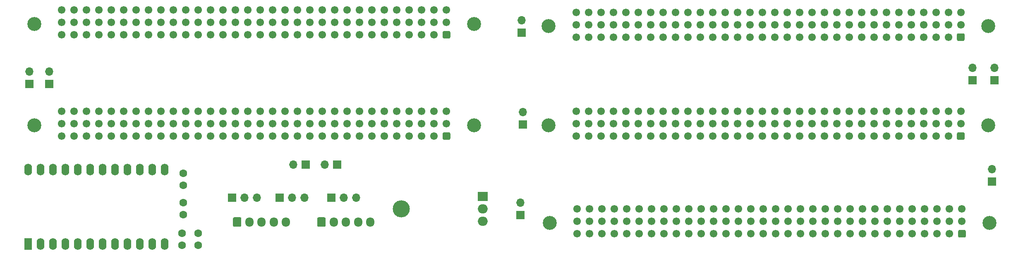
<source format=gbr>
%TF.GenerationSoftware,KiCad,Pcbnew,(5.1.10)-1*%
%TF.CreationDate,2022-04-01T18:04:23+02:00*%
%TF.ProjectId,Backplane,4261636b-706c-4616-9e65-2e6b69636164,rev?*%
%TF.SameCoordinates,Original*%
%TF.FileFunction,Soldermask,Bot*%
%TF.FilePolarity,Negative*%
%FSLAX46Y46*%
G04 Gerber Fmt 4.6, Leading zero omitted, Abs format (unit mm)*
G04 Created by KiCad (PCBNEW (5.1.10)-1) date 2022-04-01 18:04:23*
%MOMM*%
%LPD*%
G01*
G04 APERTURE LIST*
%ADD10C,1.550000*%
%ADD11C,2.850000*%
%ADD12C,1.600000*%
%ADD13O,1.700000X1.700000*%
%ADD14R,1.700000X1.700000*%
%ADD15O,1.700000X1.950000*%
%ADD16O,3.500000X3.500000*%
%ADD17R,2.000000X1.905000*%
%ADD18O,2.000000X1.905000*%
%ADD19R,1.600000X2.400000*%
%ADD20O,1.600000X2.400000*%
G04 APERTURE END LIST*
%TO.C,J7*%
G36*
G01*
X130579550Y-100373000D02*
X131630450Y-100373000D01*
G75*
G02*
X131880000Y-100622550I0J-249550D01*
G01*
X131880000Y-101673450D01*
G75*
G02*
X131630450Y-101923000I-249550J0D01*
G01*
X130579550Y-101923000D01*
G75*
G02*
X130330000Y-101673450I0J249550D01*
G01*
X130330000Y-100622550D01*
G75*
G02*
X130579550Y-100373000I249550J0D01*
G01*
G37*
D10*
X128565000Y-101148000D03*
X126025000Y-101148000D03*
X123485000Y-101148000D03*
X120945000Y-101148000D03*
X118405000Y-101148000D03*
X115865000Y-101148000D03*
X113325000Y-101148000D03*
X110785000Y-101148000D03*
X108245000Y-101148000D03*
X105705000Y-101148000D03*
X103165000Y-101148000D03*
X100625000Y-101148000D03*
X98085000Y-101148000D03*
X95545000Y-101148000D03*
X93005000Y-101148000D03*
X90465000Y-101148000D03*
X87925000Y-101148000D03*
X85385000Y-101148000D03*
X82845000Y-101148000D03*
X80305000Y-101148000D03*
X77765000Y-101148000D03*
X75225000Y-101148000D03*
X72685000Y-101148000D03*
X70145000Y-101148000D03*
X67605000Y-101148000D03*
X65065000Y-101148000D03*
X62525000Y-101148000D03*
X59985000Y-101148000D03*
X57445000Y-101148000D03*
X54905000Y-101148000D03*
X52365000Y-101148000D03*
X131105000Y-98608000D03*
X128565000Y-98608000D03*
X126025000Y-98608000D03*
X123485000Y-98608000D03*
X120945000Y-98608000D03*
X118405000Y-98608000D03*
X115865000Y-98608000D03*
X113325000Y-98608000D03*
X110785000Y-98608000D03*
X108245000Y-98608000D03*
X105705000Y-98608000D03*
X103165000Y-98608000D03*
X100625000Y-98608000D03*
X98085000Y-98608000D03*
X95545000Y-98608000D03*
X93005000Y-98608000D03*
X90465000Y-98608000D03*
X87925000Y-98608000D03*
X85385000Y-98608000D03*
X82845000Y-98608000D03*
X80305000Y-98608000D03*
X77765000Y-98608000D03*
X75225000Y-98608000D03*
X72685000Y-98608000D03*
X70145000Y-98608000D03*
X67605000Y-98608000D03*
X65065000Y-98608000D03*
X62525000Y-98608000D03*
X59985000Y-98608000D03*
X57445000Y-98608000D03*
X54905000Y-98608000D03*
X52365000Y-98608000D03*
X131105000Y-96068000D03*
X128565000Y-96068000D03*
X126025000Y-96068000D03*
X123485000Y-96068000D03*
X120945000Y-96068000D03*
X118405000Y-96068000D03*
X115865000Y-96068000D03*
X113325000Y-96068000D03*
X110785000Y-96068000D03*
X108245000Y-96068000D03*
X105705000Y-96068000D03*
X103165000Y-96068000D03*
X100625000Y-96068000D03*
X98085000Y-96068000D03*
X95545000Y-96068000D03*
X93005000Y-96068000D03*
X90465000Y-96068000D03*
X87925000Y-96068000D03*
X85385000Y-96068000D03*
X82845000Y-96068000D03*
X80305000Y-96068000D03*
X77765000Y-96068000D03*
X75225000Y-96068000D03*
X72685000Y-96068000D03*
X70145000Y-96068000D03*
X67605000Y-96068000D03*
X65065000Y-96068000D03*
X62525000Y-96068000D03*
X59985000Y-96068000D03*
X57445000Y-96068000D03*
X54905000Y-96068000D03*
X52365000Y-96068000D03*
D11*
X136735000Y-98908000D03*
X46735000Y-98908000D03*
%TD*%
D12*
%TO.C,C1001*%
X77000000Y-141750000D03*
X77000000Y-144250000D03*
%TD*%
%TO.C,C1002*%
X80250000Y-144250000D03*
X80250000Y-141750000D03*
%TD*%
%TO.C,C1003*%
X77250000Y-132000000D03*
X77250000Y-129500000D03*
%TD*%
%TO.C,C1004*%
X77250000Y-138000000D03*
X77250000Y-135500000D03*
%TD*%
D11*
%TO.C,J1*%
X152235000Y-139658000D03*
X242235000Y-139658000D03*
D10*
X157865000Y-136818000D03*
X160405000Y-136818000D03*
X162945000Y-136818000D03*
X165485000Y-136818000D03*
X168025000Y-136818000D03*
X170565000Y-136818000D03*
X173105000Y-136818000D03*
X175645000Y-136818000D03*
X178185000Y-136818000D03*
X180725000Y-136818000D03*
X183265000Y-136818000D03*
X185805000Y-136818000D03*
X188345000Y-136818000D03*
X190885000Y-136818000D03*
X193425000Y-136818000D03*
X195965000Y-136818000D03*
X198505000Y-136818000D03*
X201045000Y-136818000D03*
X203585000Y-136818000D03*
X206125000Y-136818000D03*
X208665000Y-136818000D03*
X211205000Y-136818000D03*
X213745000Y-136818000D03*
X216285000Y-136818000D03*
X218825000Y-136818000D03*
X221365000Y-136818000D03*
X223905000Y-136818000D03*
X226445000Y-136818000D03*
X228985000Y-136818000D03*
X231525000Y-136818000D03*
X234065000Y-136818000D03*
X236605000Y-136818000D03*
X157865000Y-139358000D03*
X160405000Y-139358000D03*
X162945000Y-139358000D03*
X165485000Y-139358000D03*
X168025000Y-139358000D03*
X170565000Y-139358000D03*
X173105000Y-139358000D03*
X175645000Y-139358000D03*
X178185000Y-139358000D03*
X180725000Y-139358000D03*
X183265000Y-139358000D03*
X185805000Y-139358000D03*
X188345000Y-139358000D03*
X190885000Y-139358000D03*
X193425000Y-139358000D03*
X195965000Y-139358000D03*
X198505000Y-139358000D03*
X201045000Y-139358000D03*
X203585000Y-139358000D03*
X206125000Y-139358000D03*
X208665000Y-139358000D03*
X211205000Y-139358000D03*
X213745000Y-139358000D03*
X216285000Y-139358000D03*
X218825000Y-139358000D03*
X221365000Y-139358000D03*
X223905000Y-139358000D03*
X226445000Y-139358000D03*
X228985000Y-139358000D03*
X231525000Y-139358000D03*
X234065000Y-139358000D03*
X236605000Y-139358000D03*
X157865000Y-141898000D03*
X160405000Y-141898000D03*
X162945000Y-141898000D03*
X165485000Y-141898000D03*
X168025000Y-141898000D03*
X170565000Y-141898000D03*
X173105000Y-141898000D03*
X175645000Y-141898000D03*
X178185000Y-141898000D03*
X180725000Y-141898000D03*
X183265000Y-141898000D03*
X185805000Y-141898000D03*
X188345000Y-141898000D03*
X190885000Y-141898000D03*
X193425000Y-141898000D03*
X195965000Y-141898000D03*
X198505000Y-141898000D03*
X201045000Y-141898000D03*
X203585000Y-141898000D03*
X206125000Y-141898000D03*
X208665000Y-141898000D03*
X211205000Y-141898000D03*
X213745000Y-141898000D03*
X216285000Y-141898000D03*
X218825000Y-141898000D03*
X221365000Y-141898000D03*
X223905000Y-141898000D03*
X226445000Y-141898000D03*
X228985000Y-141898000D03*
X231525000Y-141898000D03*
X234065000Y-141898000D03*
G36*
G01*
X236079550Y-141123000D02*
X237130450Y-141123000D01*
G75*
G02*
X237380000Y-141372550I0J-249550D01*
G01*
X237380000Y-142423450D01*
G75*
G02*
X237130450Y-142673000I-249550J0D01*
G01*
X236079550Y-142673000D01*
G75*
G02*
X235830000Y-142423450I0J249550D01*
G01*
X235830000Y-141372550D01*
G75*
G02*
X236079550Y-141123000I249550J0D01*
G01*
G37*
%TD*%
D13*
%TO.C,J2*%
X242750000Y-128710000D03*
D14*
X242750000Y-131250000D03*
%TD*%
D13*
%TO.C,J3*%
X146250000Y-135500000D03*
D14*
X146250000Y-138040000D03*
%TD*%
%TO.C,J4*%
G36*
G01*
X235829550Y-100873000D02*
X236880450Y-100873000D01*
G75*
G02*
X237130000Y-101122550I0J-249550D01*
G01*
X237130000Y-102173450D01*
G75*
G02*
X236880450Y-102423000I-249550J0D01*
G01*
X235829550Y-102423000D01*
G75*
G02*
X235580000Y-102173450I0J249550D01*
G01*
X235580000Y-101122550D01*
G75*
G02*
X235829550Y-100873000I249550J0D01*
G01*
G37*
D10*
X233815000Y-101648000D03*
X231275000Y-101648000D03*
X228735000Y-101648000D03*
X226195000Y-101648000D03*
X223655000Y-101648000D03*
X221115000Y-101648000D03*
X218575000Y-101648000D03*
X216035000Y-101648000D03*
X213495000Y-101648000D03*
X210955000Y-101648000D03*
X208415000Y-101648000D03*
X205875000Y-101648000D03*
X203335000Y-101648000D03*
X200795000Y-101648000D03*
X198255000Y-101648000D03*
X195715000Y-101648000D03*
X193175000Y-101648000D03*
X190635000Y-101648000D03*
X188095000Y-101648000D03*
X185555000Y-101648000D03*
X183015000Y-101648000D03*
X180475000Y-101648000D03*
X177935000Y-101648000D03*
X175395000Y-101648000D03*
X172855000Y-101648000D03*
X170315000Y-101648000D03*
X167775000Y-101648000D03*
X165235000Y-101648000D03*
X162695000Y-101648000D03*
X160155000Y-101648000D03*
X157615000Y-101648000D03*
X236355000Y-99108000D03*
X233815000Y-99108000D03*
X231275000Y-99108000D03*
X228735000Y-99108000D03*
X226195000Y-99108000D03*
X223655000Y-99108000D03*
X221115000Y-99108000D03*
X218575000Y-99108000D03*
X216035000Y-99108000D03*
X213495000Y-99108000D03*
X210955000Y-99108000D03*
X208415000Y-99108000D03*
X205875000Y-99108000D03*
X203335000Y-99108000D03*
X200795000Y-99108000D03*
X198255000Y-99108000D03*
X195715000Y-99108000D03*
X193175000Y-99108000D03*
X190635000Y-99108000D03*
X188095000Y-99108000D03*
X185555000Y-99108000D03*
X183015000Y-99108000D03*
X180475000Y-99108000D03*
X177935000Y-99108000D03*
X175395000Y-99108000D03*
X172855000Y-99108000D03*
X170315000Y-99108000D03*
X167775000Y-99108000D03*
X165235000Y-99108000D03*
X162695000Y-99108000D03*
X160155000Y-99108000D03*
X157615000Y-99108000D03*
X236355000Y-96568000D03*
X233815000Y-96568000D03*
X231275000Y-96568000D03*
X228735000Y-96568000D03*
X226195000Y-96568000D03*
X223655000Y-96568000D03*
X221115000Y-96568000D03*
X218575000Y-96568000D03*
X216035000Y-96568000D03*
X213495000Y-96568000D03*
X210955000Y-96568000D03*
X208415000Y-96568000D03*
X205875000Y-96568000D03*
X203335000Y-96568000D03*
X200795000Y-96568000D03*
X198255000Y-96568000D03*
X195715000Y-96568000D03*
X193175000Y-96568000D03*
X190635000Y-96568000D03*
X188095000Y-96568000D03*
X185555000Y-96568000D03*
X183015000Y-96568000D03*
X180475000Y-96568000D03*
X177935000Y-96568000D03*
X175395000Y-96568000D03*
X172855000Y-96568000D03*
X170315000Y-96568000D03*
X167775000Y-96568000D03*
X165235000Y-96568000D03*
X162695000Y-96568000D03*
X160155000Y-96568000D03*
X157615000Y-96568000D03*
D11*
X241985000Y-99408000D03*
X151985000Y-99408000D03*
%TD*%
D14*
%TO.C,J5*%
X238750000Y-110500000D03*
D13*
X238750000Y-107960000D03*
%TD*%
D14*
%TO.C,J6*%
X146500000Y-100750000D03*
D13*
X146500000Y-98210000D03*
%TD*%
%TO.C,J8*%
X99710000Y-127750000D03*
D14*
X102250000Y-127750000D03*
%TD*%
%TO.C,J9*%
X49750000Y-111250000D03*
D13*
X49750000Y-108710000D03*
%TD*%
D11*
%TO.C,J10*%
X46735000Y-119658000D03*
X136735000Y-119658000D03*
D10*
X52365000Y-116818000D03*
X54905000Y-116818000D03*
X57445000Y-116818000D03*
X59985000Y-116818000D03*
X62525000Y-116818000D03*
X65065000Y-116818000D03*
X67605000Y-116818000D03*
X70145000Y-116818000D03*
X72685000Y-116818000D03*
X75225000Y-116818000D03*
X77765000Y-116818000D03*
X80305000Y-116818000D03*
X82845000Y-116818000D03*
X85385000Y-116818000D03*
X87925000Y-116818000D03*
X90465000Y-116818000D03*
X93005000Y-116818000D03*
X95545000Y-116818000D03*
X98085000Y-116818000D03*
X100625000Y-116818000D03*
X103165000Y-116818000D03*
X105705000Y-116818000D03*
X108245000Y-116818000D03*
X110785000Y-116818000D03*
X113325000Y-116818000D03*
X115865000Y-116818000D03*
X118405000Y-116818000D03*
X120945000Y-116818000D03*
X123485000Y-116818000D03*
X126025000Y-116818000D03*
X128565000Y-116818000D03*
X131105000Y-116818000D03*
X52365000Y-119358000D03*
X54905000Y-119358000D03*
X57445000Y-119358000D03*
X59985000Y-119358000D03*
X62525000Y-119358000D03*
X65065000Y-119358000D03*
X67605000Y-119358000D03*
X70145000Y-119358000D03*
X72685000Y-119358000D03*
X75225000Y-119358000D03*
X77765000Y-119358000D03*
X80305000Y-119358000D03*
X82845000Y-119358000D03*
X85385000Y-119358000D03*
X87925000Y-119358000D03*
X90465000Y-119358000D03*
X93005000Y-119358000D03*
X95545000Y-119358000D03*
X98085000Y-119358000D03*
X100625000Y-119358000D03*
X103165000Y-119358000D03*
X105705000Y-119358000D03*
X108245000Y-119358000D03*
X110785000Y-119358000D03*
X113325000Y-119358000D03*
X115865000Y-119358000D03*
X118405000Y-119358000D03*
X120945000Y-119358000D03*
X123485000Y-119358000D03*
X126025000Y-119358000D03*
X128565000Y-119358000D03*
X131105000Y-119358000D03*
X52365000Y-121898000D03*
X54905000Y-121898000D03*
X57445000Y-121898000D03*
X59985000Y-121898000D03*
X62525000Y-121898000D03*
X65065000Y-121898000D03*
X67605000Y-121898000D03*
X70145000Y-121898000D03*
X72685000Y-121898000D03*
X75225000Y-121898000D03*
X77765000Y-121898000D03*
X80305000Y-121898000D03*
X82845000Y-121898000D03*
X85385000Y-121898000D03*
X87925000Y-121898000D03*
X90465000Y-121898000D03*
X93005000Y-121898000D03*
X95545000Y-121898000D03*
X98085000Y-121898000D03*
X100625000Y-121898000D03*
X103165000Y-121898000D03*
X105705000Y-121898000D03*
X108245000Y-121898000D03*
X110785000Y-121898000D03*
X113325000Y-121898000D03*
X115865000Y-121898000D03*
X118405000Y-121898000D03*
X120945000Y-121898000D03*
X123485000Y-121898000D03*
X126025000Y-121898000D03*
X128565000Y-121898000D03*
G36*
G01*
X130579550Y-121123000D02*
X131630450Y-121123000D01*
G75*
G02*
X131880000Y-121372550I0J-249550D01*
G01*
X131880000Y-122423450D01*
G75*
G02*
X131630450Y-122673000I-249550J0D01*
G01*
X130579550Y-122673000D01*
G75*
G02*
X130330000Y-122423450I0J249550D01*
G01*
X130330000Y-121372550D01*
G75*
G02*
X130579550Y-121123000I249550J0D01*
G01*
G37*
%TD*%
D13*
%TO.C,J11*%
X106210000Y-127750000D03*
D14*
X108750000Y-127750000D03*
%TD*%
D13*
%TO.C,J12*%
X45750000Y-108710000D03*
D14*
X45750000Y-111250000D03*
%TD*%
%TO.C,J13*%
G36*
G01*
X104650000Y-140225000D02*
X104650000Y-138775000D01*
G75*
G02*
X104900000Y-138525000I250000J0D01*
G01*
X106100000Y-138525000D01*
G75*
G02*
X106350000Y-138775000I0J-250000D01*
G01*
X106350000Y-140225000D01*
G75*
G02*
X106100000Y-140475000I-250000J0D01*
G01*
X104900000Y-140475000D01*
G75*
G02*
X104650000Y-140225000I0J250000D01*
G01*
G37*
D15*
X108000000Y-139500000D03*
X110500000Y-139500000D03*
X113000000Y-139500000D03*
X115500000Y-139500000D03*
%TD*%
%TO.C,J14*%
G36*
G01*
X235829550Y-121123000D02*
X236880450Y-121123000D01*
G75*
G02*
X237130000Y-121372550I0J-249550D01*
G01*
X237130000Y-122423450D01*
G75*
G02*
X236880450Y-122673000I-249550J0D01*
G01*
X235829550Y-122673000D01*
G75*
G02*
X235580000Y-122423450I0J249550D01*
G01*
X235580000Y-121372550D01*
G75*
G02*
X235829550Y-121123000I249550J0D01*
G01*
G37*
D10*
X233815000Y-121898000D03*
X231275000Y-121898000D03*
X228735000Y-121898000D03*
X226195000Y-121898000D03*
X223655000Y-121898000D03*
X221115000Y-121898000D03*
X218575000Y-121898000D03*
X216035000Y-121898000D03*
X213495000Y-121898000D03*
X210955000Y-121898000D03*
X208415000Y-121898000D03*
X205875000Y-121898000D03*
X203335000Y-121898000D03*
X200795000Y-121898000D03*
X198255000Y-121898000D03*
X195715000Y-121898000D03*
X193175000Y-121898000D03*
X190635000Y-121898000D03*
X188095000Y-121898000D03*
X185555000Y-121898000D03*
X183015000Y-121898000D03*
X180475000Y-121898000D03*
X177935000Y-121898000D03*
X175395000Y-121898000D03*
X172855000Y-121898000D03*
X170315000Y-121898000D03*
X167775000Y-121898000D03*
X165235000Y-121898000D03*
X162695000Y-121898000D03*
X160155000Y-121898000D03*
X157615000Y-121898000D03*
X236355000Y-119358000D03*
X233815000Y-119358000D03*
X231275000Y-119358000D03*
X228735000Y-119358000D03*
X226195000Y-119358000D03*
X223655000Y-119358000D03*
X221115000Y-119358000D03*
X218575000Y-119358000D03*
X216035000Y-119358000D03*
X213495000Y-119358000D03*
X210955000Y-119358000D03*
X208415000Y-119358000D03*
X205875000Y-119358000D03*
X203335000Y-119358000D03*
X200795000Y-119358000D03*
X198255000Y-119358000D03*
X195715000Y-119358000D03*
X193175000Y-119358000D03*
X190635000Y-119358000D03*
X188095000Y-119358000D03*
X185555000Y-119358000D03*
X183015000Y-119358000D03*
X180475000Y-119358000D03*
X177935000Y-119358000D03*
X175395000Y-119358000D03*
X172855000Y-119358000D03*
X170315000Y-119358000D03*
X167775000Y-119358000D03*
X165235000Y-119358000D03*
X162695000Y-119358000D03*
X160155000Y-119358000D03*
X157615000Y-119358000D03*
X236355000Y-116818000D03*
X233815000Y-116818000D03*
X231275000Y-116818000D03*
X228735000Y-116818000D03*
X226195000Y-116818000D03*
X223655000Y-116818000D03*
X221115000Y-116818000D03*
X218575000Y-116818000D03*
X216035000Y-116818000D03*
X213495000Y-116818000D03*
X210955000Y-116818000D03*
X208415000Y-116818000D03*
X205875000Y-116818000D03*
X203335000Y-116818000D03*
X200795000Y-116818000D03*
X198255000Y-116818000D03*
X195715000Y-116818000D03*
X193175000Y-116818000D03*
X190635000Y-116818000D03*
X188095000Y-116818000D03*
X185555000Y-116818000D03*
X183015000Y-116818000D03*
X180475000Y-116818000D03*
X177935000Y-116818000D03*
X175395000Y-116818000D03*
X172855000Y-116818000D03*
X170315000Y-116818000D03*
X167775000Y-116818000D03*
X165235000Y-116818000D03*
X162695000Y-116818000D03*
X160155000Y-116818000D03*
X157615000Y-116818000D03*
D11*
X241985000Y-119658000D03*
X151985000Y-119658000D03*
%TD*%
D14*
%TO.C,J15*%
X243250000Y-110500000D03*
D13*
X243250000Y-107960000D03*
%TD*%
D14*
%TO.C,J16*%
X146750000Y-119500000D03*
D13*
X146750000Y-116960000D03*
%TD*%
D14*
%TO.C,J1001*%
X107500000Y-134500000D03*
D13*
X110040000Y-134500000D03*
X112580000Y-134500000D03*
%TD*%
%TO.C,J1002*%
X92290000Y-134500000D03*
X89750000Y-134500000D03*
D14*
X87210000Y-134500000D03*
%TD*%
%TO.C,J1003*%
X96960000Y-134500000D03*
D13*
X99500000Y-134500000D03*
X102040000Y-134500000D03*
%TD*%
D15*
%TO.C,J1004*%
X98250000Y-139500000D03*
X95750000Y-139500000D03*
X93250000Y-139500000D03*
X90750000Y-139500000D03*
G36*
G01*
X87400000Y-140225000D02*
X87400000Y-138775000D01*
G75*
G02*
X87650000Y-138525000I250000J0D01*
G01*
X88850000Y-138525000D01*
G75*
G02*
X89100000Y-138775000I0J-250000D01*
G01*
X89100000Y-140225000D01*
G75*
G02*
X88850000Y-140475000I-250000J0D01*
G01*
X87650000Y-140475000D01*
G75*
G02*
X87400000Y-140225000I0J250000D01*
G01*
G37*
%TD*%
D16*
%TO.C,U1001*%
X121840000Y-136790000D03*
D17*
X138500000Y-134250000D03*
D18*
X138500000Y-136790000D03*
X138500000Y-139330000D03*
%TD*%
D19*
%TO.C,U1002*%
X45500000Y-144000000D03*
D20*
X73440000Y-128760000D03*
X48040000Y-144000000D03*
X70900000Y-128760000D03*
X50580000Y-144000000D03*
X68360000Y-128760000D03*
X53120000Y-144000000D03*
X65820000Y-128760000D03*
X55660000Y-144000000D03*
X63280000Y-128760000D03*
X58200000Y-144000000D03*
X60740000Y-128760000D03*
X60740000Y-144000000D03*
X58200000Y-128760000D03*
X63280000Y-144000000D03*
X55660000Y-128760000D03*
X65820000Y-144000000D03*
X53120000Y-128760000D03*
X68360000Y-144000000D03*
X50580000Y-128760000D03*
X70900000Y-144000000D03*
X48040000Y-128760000D03*
X73440000Y-144000000D03*
X45500000Y-128760000D03*
%TD*%
M02*

</source>
